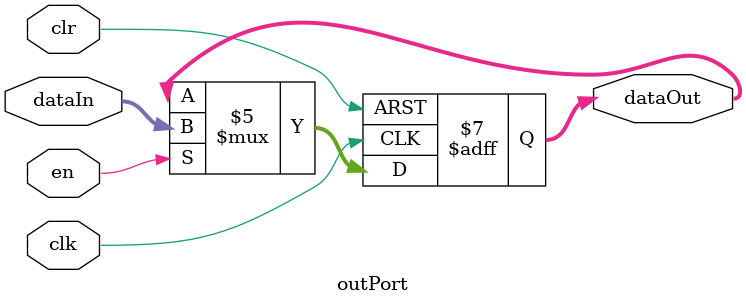
<source format=v>
module outPort(
	output reg [31:0] dataOut,
	input wire[31:0] dataIn,
	input wire clr, clk, en
);

initial begin
	dataOut <= 0;
end

always @(posedge clk, posedge clr) begin
	if(clr == 1)
		dataOut <= 0;
	else if(en == 1)
		dataOut <= dataIn;
end

endmodule

</source>
